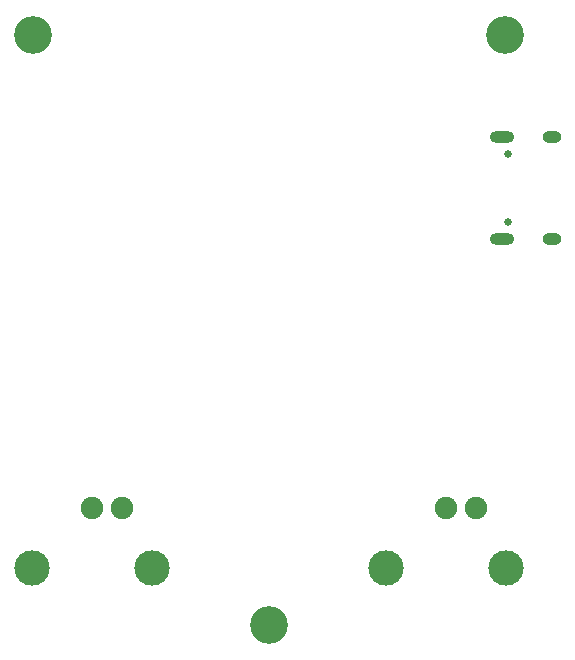
<source format=gbr>
%TF.GenerationSoftware,KiCad,Pcbnew,(7.0.0)*%
%TF.CreationDate,2023-08-19T19:02:20+01:00*%
%TF.ProjectId,Nemesis-MixSigPCB,4e656d65-7369-4732-9d4d-697853696750,rev?*%
%TF.SameCoordinates,Original*%
%TF.FileFunction,Soldermask,Bot*%
%TF.FilePolarity,Negative*%
%FSLAX46Y46*%
G04 Gerber Fmt 4.6, Leading zero omitted, Abs format (unit mm)*
G04 Created by KiCad (PCBNEW (7.0.0)) date 2023-08-19 19:02:20*
%MOMM*%
%LPD*%
G01*
G04 APERTURE LIST*
%ADD10C,0.650000*%
%ADD11O,1.600000X1.000000*%
%ADD12O,2.100000X1.000000*%
%ADD13C,1.900000*%
%ADD14C,3.000000*%
%ADD15C,3.200000*%
G04 APERTURE END LIST*
D10*
%TO.C,J200*%
X165290000Y-80080000D03*
X165290000Y-85860000D03*
D11*
X168939999Y-87289999D03*
D12*
X164759999Y-87289999D03*
X164759999Y-78649999D03*
D11*
X168939999Y-78649999D03*
%TD*%
D13*
%TO.C,J400*%
X160000000Y-110020000D03*
D14*
X165080000Y-115100000D03*
D13*
X162540000Y-110020000D03*
D14*
X154920000Y-115100000D03*
%TD*%
D15*
%TO.C,H2*%
X165000000Y-70000000D03*
%TD*%
%TO.C,H1*%
X125000000Y-70000000D03*
%TD*%
%TO.C,H3*%
X145000000Y-120000000D03*
%TD*%
D13*
%TO.C,J300*%
X130000000Y-110020000D03*
D14*
X135080000Y-115100000D03*
D13*
X132540000Y-110020000D03*
D14*
X124920000Y-115100000D03*
%TD*%
M02*

</source>
